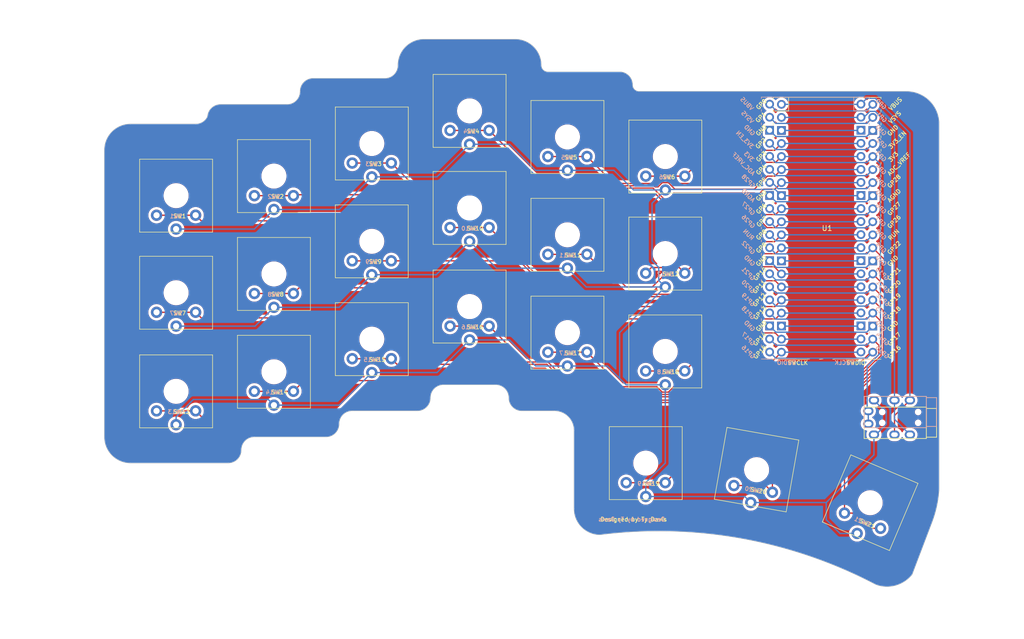
<source format=kicad_pcb>
(kicad_pcb (version 20221018) (generator pcbnew)
  (layers (0 "F.Cu" signal) (31 "B.Cu" signal) (34 "B.Paste" user) (35 "F.Paste" user) (36 "B.SilkS" user "B.Silkscreen") (37 "F.SilkS" user "F.Silkscreen") (38 "B.Mask" user) (39 "F.Mask" user) (44 "Edge.Cuts" user))
  (net 0 "")
  (net 1 "R1")
  (net 2 "GND")
  (net 3 "R2")
  (net 4 "R3")
  (net 5 "R4")
  (net 6 "R5")
  (net 7 "R6")
  (net 8 "R7")
  (net 9 "R8")
  (net 10 "R9")
  (net 11 "R10")
  (net 12 "R11")
  (net 13 "R12")
  (net 14 "R13")
  (net 15 "R14")
  (net 16 "R15")
  (net 17 "R16")
  (net 18 "R17")
  (net 19 "R18")
  (net 20 "R19")
  (net 21 "R20")
  (net 22 "R21")
  (net 23 "TX")
  (net 24 "RX")
  (net 25 "unconnected-(U1-GND-Pad3)")
  (net 26 "unconnected-(U1-GND-Pad13)")
  (net 27 "unconnected-(U1-GND-Pad18)")
  (net 28 "unconnected-(U1-GND-Pad23)")
  (net 29 "unconnected-(U1-GND-Pad28)")
  (net 30 "unconnected-(U1-RUN-Pad30)")
  (net 31 "unconnected-(U1-GPIO26_ADC0-Pad31)")
  (net 32 "unconnected-(U1-GPIO27_ADC1-Pad32)")
  (net 33 "unconnected-(U1-AGND-Pad33)")
  (net 34 "unconnected-(U1-GPIO28_ADC2-Pad34)")
  (net 35 "unconnected-(U1-ADC_VREF-Pad35)")
  (net 36 "unconnected-(U1-3V3_EN-Pad37)")
  (net 37 "unconnected-(U1-GND-Pad38)")
  (net 38 "unconnected-(U1-VSYS-Pad39)")
  (net 39 "unconnected-(U1-VBUS-Pad40)")
  (net 40 "3v3")
  (footprint "ProjectLocal:SW_Redragon_LowProfile_Reversible_PCB_1.00u" (layer "F.Cu") (at 168.91 95.1)
    (fp_text reference "SW18")
    (fp_text value "SW_Push")
  )
  (footprint "ProjectLocal:SW_Redragon_LowProfile_Reversible_PCB_1.00u" (layer "F.Cu") (at 149.86 72.39)
    (fp_text reference "SW11")
    (fp_text value "SW_Push")
  )
  (footprint "ProjectLocal:SW_Redragon_LowProfile_Reversible_PCB_1.00u" (layer "F.Cu") (at 92.71 60.96)
    (fp_text reference "SW2")
    (fp_text value "SW_Push")
  )
  (footprint "ProjectLocal:SW_Redragon_LowProfile_Reversible_PCB_1.00u" (layer "F.Cu") (at 73.66 102.87)
    (fp_text reference "SW13")
    (fp_text value "SW_Push")
  )
  (footprint "ProjectLocal:SW_Redragon_LowProfile_Reversible_PCB_1.00u" (layer "F.Cu") (at 130.81 48.26)
    (fp_text reference "SW4")
    (fp_text value "SW_Push")
  )
  (footprint "ProjectLocal:SW_Redragon_LowProfile_Reversible_PCB_1.00u" (layer "F.Cu") (at 208.80686 124.557303 -23)
    (fp_text reference "SW21")
    (fp_text value "SW_Push")
  )
  (footprint "ProjectLocal:SW_Redragon_LowProfile_Reversible_PCB_1.00u" (layer "F.Cu") (at 111.77 54.61)
    (fp_text reference "SW3")
    (fp_text value "SW_Push")
  )
  (footprint "ProjectLocal:SW_Redragon_LowProfile_Reversible_PCB_1.00u" (layer "F.Cu") (at 149.86 91.44)
    (fp_text reference "SW17")
    (fp_text value "SW_Push")
  )
  (footprint "ProjectLocal:SW_Redragon_LowProfile_Reversible_PCB_1.00u" (layer "F.Cu") (at 130.81 67.16)
    (fp_text reference "SW10")
    (fp_text value "SW_Push")
  )
  (footprint "ProjectLocal:SW_Redragon_LowProfile_Reversible_PCB_1.00u" (layer "F.Cu") (at 92.71 80.01)
    (fp_text reference "SW8")
    (fp_text value "SW_Push")
  )
  (footprint "ProjectLocal:SW_Redragon_LowProfile_Reversible_PCB_1.00u" (layer "F.Cu") (at 73.66 64.77)
    (fp_text reference "SW1")
    (fp_text value "SW_Push")
  )
  (footprint "ProjectLocal:SW_Redragon_LowProfile_Reversible_PCB_1.00u" (layer "F.Cu") (at 73.66 83.67)
    (fp_text reference "SW7")
    (fp_text value "SW_Push")
  )
  (footprint "ProjectLocal:SW_Redragon_LowProfile_Reversible_PCB_1.00u" (layer "F.Cu") (at 149.86 53.34)
    (fp_text reference "SW5")
    (fp_text value "SW_Push")
  )
  (footprint "ProjectLocal:SW_Redragon_LowProfile_Reversible_PCB_1.00u" (layer "F.Cu") (at 111.76 73.66)
    (fp_text reference "SW9")
    (fp_text value "SW_Push")
  )
  (footprint "ProjectLocal:SW_Redragon_LowProfile_Reversible_PCB_1.00u" (layer "F.Cu") (at 111.77 92.71)
    (fp_text reference "SW15")
    (fp_text value "SW_Push")
  )
  (footprint "ProjectLocal:SW_Redragon_LowProfile_Reversible_PCB_1.00u" (layer "F.Cu") (at 168.91 76.05)
    (fp_text reference "SW12")
    (fp_text value "SW_Push")
  )
  (footprint "ProjectLocal:SW_Redragon_LowProfile_Reversible_PCB_1.00u" (layer "F.Cu") (at 168.92 57.16)
    (fp_text reference "SW6")
    (fp_text value "SW_Push")
  )
  (footprint "KeebioLocal:TRRS-PJ-320A-rev" (layer "F.Cu") (at 218.7265 108.494 -90)
    (fp_text reference "J2")
    (fp_text value "AudioJack4")
  )
  (footprint "ProjectLocal:SW_Redragon_LowProfile_Reversible_PCB_1.00u" (layer "F.Cu") (at 186.69 118.12 -10)
    (fp_text reference "SW20")
    (fp_text value "SW_Push")
  )
  (footprint "ProjectLocal:SW_Redragon_LowProfile_Reversible_PCB_1.00u" (layer "F.Cu") (at 165.11 116.85)
    (fp_text reference "SW19")
    (fp_text value "SW_Push")
  )
  (footprint "ProjectLocal:SW_Redragon_LowProfile_Reversible_PCB_1.00u" (layer "F.Cu") (at 92.71 99.06)
    (fp_text reference "SW14")
    (fp_text value "SW_Push")
  )
  (footprint "RPiPicoLocal:RPi_Pico_SMD_TH-REV2" (layer "F.Cu") (at 200.42 71.12)
    (fp_text reference "U1")
    (fp_text value "Pico")
  )
  (footprint "ProjectLocal:SW_Redragon_LowProfile_Reversible_PCB_1.00u" (layer "F.Cu") (at 130.81 86.36)
    (fp_text reference "SW16")
    (fp_text value "SW_Push")
  )
  (gr_arc (start 79.81063 49.006038) (mid 80.695885 47.557379) (end 82.296 46.99) (stroke (width 0.1)) (layer "Edge.Cuts"))
  (gr_line (start 146.05 40.64) (end 160.02 40.64) (stroke (width 0.1)) (layer "Edge.Cuts"))
  (gr_arc (start 116.84 39.37) (mid 116.096051 41.166051) (end 114.3 41.91) (stroke (width 0.1)) (layer "Edge.Cuts"))
  (gr_line (start 107.95 106.68) (end 120.65 106.68) (stroke (width 0.1)) (layer "Edge.Cuts"))
  (gr_line (start 88.9 111.76) (end 102.87 111.76) (stroke (width 0.1)) (layer "Edge.Cuts"))
  (gr_line (start 163.83 44.45) (end 215.9 44.45) (stroke (width 0.1)) (layer "Edge.Cuts"))
  (gr_arc (start 215.9 44.45) (mid 220.390128 46.309872) (end 222.25 50.8) (stroke (width 0.1)) (layer "Edge.Cuts"))
  (gr_line (start 216.993227 138.542581) (end 220.910291 128.243859) (stroke (width 0.1)) (layer "Edge.Cuts"))
  (gr_line (start 79.741845 49.395923) (end 79.81063 49.006038) (stroke (width 0.1)) (layer "Edge.Cuts"))
  (gr_line (start 100.33 41.91) (end 114.3 41.91) (stroke (width 0.1)) (layer "Edge.Cuts"))
  (gr_line (start 59.69 55.88) (end 59.69 111.76) (stroke (width 0.1)) (layer "Edge.Cuts"))
  (gr_line (start 121.92 34.29) (end 139.7 34.29) (stroke (width 0.1)) (layer "Edge.Cuts"))
  (gr_arc (start 79.741845 49.395923) (mid 78.805357 50.420653) (end 77.47 50.8) (stroke (width 0.1)) (layer "Edge.Cuts"))
  (gr_arc (start 135.89 101.6) (mid 137.686051 102.343949) (end 138.43 104.14) (stroke (width 0.1)) (layer "Edge.Cuts"))
  (gr_arc (start 97.79 44.45) (mid 98.533949 42.653949) (end 100.33 41.91) (stroke (width 0.1)) (layer "Edge.Cuts"))
  (gr_arc (start 156.21 130.81) (mid 152.617898 129.322102) (end 151.13 125.73) (stroke (width 0.1)) (layer "Edge.Cuts"))
  (gr_arc (start 163.83 44.45) (mid 162.931974 44.078026) (end 162.56 43.18) (stroke (width 0.1)) (layer "Edge.Cuts"))
  (gr_arc (start 140.97 106.68) (mid 139.173949 105.936051) (end 138.43 104.14) (stroke (width 0.1)) (layer "Edge.Cuts"))
  (gr_arc (start 116.84 39.37) (mid 118.327898 35.777898) (end 121.92 34.29) (stroke (width 0.1)) (layer "Edge.Cuts"))
  (gr_arc (start 105.41 109.22) (mid 106.153949 107.423949) (end 107.95 106.68) (stroke (width 0.1)) (layer "Edge.Cuts"))
  (gr_arc (start 86.36 114.3) (mid 85.616051 116.096051) (end 83.82 116.84) (stroke (width 0.1)) (layer "Edge.Cuts"))
  (gr_arc (start 146.05 40.64) (mid 145.151974 40.268026) (end 144.78 39.37) (stroke (width 0.1)) (layer "Edge.Cuts"))
  (gr_line (start 140.97 106.68) (end 147.32 106.68) (stroke (width 0.1)) (layer "Edge.Cuts"))
  (gr_arc (start 216.993227 138.542581) (mid 213.745501 140.677028) (end 209.863611 140.491241) (stroke (width 0.1)) (layer "Edge.Cuts"))
  (gr_arc (start 156.21 130.810001) (mid 183.779802 131.532918) (end 209.863611 140.491241) (stroke (width 0.1)) (layer "Edge.Cuts"))
  (gr_arc (start 222.249999 121.92) (mid 221.817747 125.132265) (end 220.910291 128.243859) (stroke (width 0.1)) (layer "Edge.Cuts"))
  (gr_arc (start 123.19 104.14) (mid 122.446051 105.936051) (end 120.65 106.68) (stroke (width 0.1)) (layer "Edge.Cuts"))
  (gr_line (start 82.296 46.99) (end 95.25 46.99) (stroke (width 0.1)) (layer "Edge.Cuts"))
  (gr_arc (start 147.32 106.68) (mid 150.014077 107.795923) (end 151.13 110.49) (stroke (width 0.1)) (layer "Edge.Cuts"))
  (gr_arc (start 97.79 44.45) (mid 97.046051 46.246051) (end 95.25 46.99) (stroke (width 0.1)) (layer "Edge.Cuts"))
  (gr_arc (start 105.41 109.22) (mid 104.666051 111.016051) (end 102.87 111.76) (stroke (width 0.1)) (layer "Edge.Cuts"))
  (gr_arc (start 64.77 116.84) (mid 61.177898 115.352102) (end 59.69 111.76) (stroke (width 0.1)) (layer "Edge.Cuts"))
  (gr_arc (start 160.02 40.64) (mid 161.816051 41.383949) (end 162.56 43.18) (stroke (width 0.1)) (layer "Edge.Cuts"))
  (gr_line (start 222.25 50.8) (end 222.25 121.92) (stroke (width 0.1)) (layer "Edge.Cuts"))
  (gr_line (start 64.77 50.8) (end 77.47 50.8) (stroke (width 0.1)) (layer "Edge.Cuts"))
  (gr_arc (start 123.19 104.14) (mid 123.933949 102.343949) (end 125.73 101.6) (stroke (width 0.1)) (layer "Edge.Cuts"))
  (gr_arc (start 86.36 114.3) (mid 87.103949 112.503949) (end 88.9 111.76) (stroke (width 0.1)) (layer "Edge.Cuts"))
  (gr_line (start 125.73 101.6) (end 135.89 101.6) (stroke (width 0.1)) (layer "Edge.Cuts"))
  (gr_line (start 64.77 116.84) (end 83.82 116.84) (stroke (width 0.1)) (layer "Edge.Cuts"))
  (gr_line (start 151.13 110.49) (end 151.13 125.73) (stroke (width 0.1)) (layer "Edge.Cuts"))
  (gr_arc (start 139.7 34.29) (mid 143.292102 35.777898) (end 144.78 39.37) (stroke (width 0.1)) (layer "Edge.Cuts"))
  (gr_arc (start 59.69 55.88) (mid 61.177898 52.287898) (end 64.77 50.8) (stroke (width 0.1)) (layer "Edge.Cuts"))
  (gr_text "Designed by Ty Davis" (at 168.91 128.27) (layer "B.SilkS") (effects (font (size 0.8 0.8)) (justify left bottom mirror)))
  (gr_text "Designed by Ty Davis" (at 156.21 128.27) (layer "F.SilkS") (effects (font (size 0.8 0.8)) (justify left bottom)))
  (segment (start 132.195 69.735) (end 133.0315 68.8985) (width 0.25) (layer "F.Cu") (net 1))
  (segment (start 96.52 69.669999) (end 97.609999 68.58) (width 0.25) (layer "F.Cu") (net 1))
  (segment (start 69.85 68.58) (end 77.45 68.58) (width 0.25) (layer "F.Cu") (net 1))
  (segment (start 127 68.58) (end 128.155 69.735) (width 0.25) (layer "F.Cu") (net 1))
  (segment (start 97.609999 68.58) (end 127 68.58) (width 0.25) (layer "F.Cu") (net 1))
  (segment (start 188.743299 70.9885) (end 190.3915 70.9885) (width 0.25) (layer "F.Cu") (net 1))
  (segment (start 77.46 68.57) (end 78.559999 69.669999) (width 0.25) (layer "F.Cu") (net 1))
  (segment (start 186.653299 68.8985) (end 188.743299 70.9885) (width 0.25) (layer "F.Cu") (net 1))
  (segment (start 78.559999 69.669999) (end 96.52 69.669999) (width 0.25) (layer "F.Cu") (net 1))
  (segment (start 128.155 69.735) (end 132.195 69.735) (width 0.25) (layer "F.Cu") (net 1))
  (segment (start 190.3915 70.9885) (end 191.53 69.85) (width 0.25) (layer "F.Cu") (net 1))
  (segment (start 133.0315 68.8985) (end 186.653299 68.8985) (width 0.25) (layer "F.Cu") (net 1))
  (segment (start 77.45 68.58) (end 77.46 68.57) (width 0.25) (layer "F.Cu") (net 1))
  (segment (start 191.53 69.85) (end 206.9735 69.85) (width 0.25) (layer "B.Cu") (net 1))
  (segment (start 206.9735 69.85) (end 207.01 69.8135) (width 0.25) (layer "B.Cu") (net 1))
  (segment (start 73.66 109.37) (end 73.66 107.814366) (width 0.25) (layer "B.Cu") (net 2))
  (segment (start 143.66 59.84) (end 149.86 59.84) (width 0.25) (layer "B.Cu") (net 2))
  (segment (start 111.77 99.21) (end 124.46 99.21) (width 0.25) (layer "B.Cu") (net 2))
  (segment (start 105.42 105.56) (end 111.77 99.21) (width 0.25) (layer "B.Cu") (net 2))
  (segment (start 202.930585 130.540585) (end 206.267108 130.540585) (width 0.25) (layer "B.Cu") (net 2))
  (segment (start 105.41 86.51) (end 92.71 86.51) (width 0.25) (layer "B.Cu") (net 2))
  (segment (start 92.71 105.56) (end 105.42 105.56) (width 0.25) (layer "B.Cu") (net 2))
  (segment (start 209.5425 111.3) (end 209.5425 115.226523) (width 0.25) (layer "B.Cu") (net 2))
  (segment (start 168.92 63.66) (end 169.0215 63.5585) (width 0.25) (layer "B.Cu") (net 2))
  (segment (start 124.46 99.21) (end 130.81 92.86) (width 0.25) (layer "B.Cu") (net 2))
  (segment (start 191.53 64.77) (end 206.9735 64.77) (width 0.25) (layer "B.Cu") (net 2))
  (segment (start 89.05 90.17) (end 73.66 90.17) (width 0.25) (layer "B.Cu") (net 2))
  (segment (start 130.81 54.76) (end 138.58 54.76) (width 0.25) (layer "B.Cu") (net 2))
  (segment (start 211.463516 106.125) (end 211.9175 106.578984) (width 0.25) (layer "B.Cu") (net 2))
  (segment (start 209.5425 115.226523) (end 200.247773 124.52125) (width 0.25) (layer "B.Cu") (net 2))
  (segment (start 153.52 82.55) (end 149.86 78.89) (width 0.25) (layer "B.Cu") (net 2))
  (segment (start 161.29 101.6) (end 168.91 101.6) (width 0.25) (layer "B.Cu") (net 2))
  (segment (start 111.76 80.16) (end 105.41 86.51) (width 0.25) (layer "B.Cu") (net 2))
  (segment (start 73.66 107.814366) (end 77.014365 104.460001) (width 0.25) (layer "B.Cu") (net 2))
  (segment (start 136.04 78.89) (end 130.81 73.66) (width 0.25) (layer "B.Cu") (net 2))
  (segment (start 77.014365 104.460001) (end 91.610001 104.460001) (width 0.25) (layer "B.Cu") (net 2))
  (segment (start 149.86 59.84) (end 158.9 59.84) (width 0.25) (layer "B.Cu") (net 2))
  (segment (start 149.86 78.89) (end 136.04 78.89) (width 0.25) (layer "B.Cu") (net 2))
  (segment (start 91.610001 104.460001) (end 92.71 105.56) (width 0.25) (layer "B.Cu") (net 2))
  (segment (start 185.561287 124.52125) (end 200.247773 124.52125) (width 0.25) (layer "B.Cu") (net 2))
  (segment (start 211.9175 109.321016) (end 209.938516 111.3) (width 0.25) (layer "B.Cu") (net 2))
  (segment (start 160.02 100.33) (end 161.29 101.6) (width 0.25) (layer "B.Cu") (net 2))
  (segment (start 200.247773 124.52125) (end 200.247773 127.857773) (width 0.25) (layer "B.Cu") (net 2))
  (segment (start 168.92 63.66) (end 166.335 66.245) (width 0.25) (layer "B.Cu") (net 2))
  (segment (start 211.9175 106.578984) (end 211.9175 109.321016) (width 0.25) (layer "B.Cu") (net 2))
  (segment (start 124.46 61.11) (end 130.81 54.76) (width 0.25) (layer "B.Cu") (net 2))
  (segment (start 124.31 80.16) (end 111.76 80.16) (width 0.25) (layer "B.Cu") (net 2))
  (segment (start 167.64 78.74) (end 167.64 81.28) (width 0.25) (layer "B.Cu") (net 2))
  (segment (start 211.0675 106.125) (end 211.463516 106.125) (width 0.25) (layer "B.Cu") (net 2))
  (segment (start 88.9 71.27) (end 73.66 71.27) (width 0.25) (layer "B.Cu") (net 2))
  (segment (start 130.81 92.86) (end 138.58 92.86) (width 0.25) (layer "B.Cu") (net 2))
  (segment (start 166.335 66.245) (end 166.335 77.435) (width 0.25) (layer "B.Cu") (net 2))
  (segment (start 190.3185 63.5585) (end 191.53 64.77) (width 0.25) (layer "B.Cu") (net 2))
  (segment (start 130.81 73.66) (end 124.31 80.16) (width 0.25) (layer "B.Cu") (net 2))
  (segment (start 105.42 67.46) (end 111.77 61.11) (width 0.25) (layer "B.Cu") (net 2))
  (segment (start 92.71 86.51) (end 89.05 90.17) (width 0.25) (layer "B.Cu") (net 2))
  (segment (start 209.938516 111.3) (end 209.5425 111.3) (width 0.25) (layer "B.Cu") (net 2))
  (segment (start 158.9 59.84) (end 162.72 63.66) (width 0.25) (layer "B.Cu") (net 2))
  (segment (start 92.71 67.46) (end 88.9 71.27) (width 0.25) (layer "B.Cu") (net 2))
  (segment (start 169.0215 63.5585) (end 190.3185 63.5585) (width 0.25) (layer "B.Cu") (net 2))
  (segment (start 167.64 81.28) (end 168.91 82.55) (width 0.25) (layer "B.Cu") (net 2))
  (segment (start 200.247773 127.857773) (end 202.930585 130.540585) (width 0.25) (layer "B.Cu") (net 2))
  (segment (start 168.91 82.55) (end 160.02 91.44) (width 0.25) (layer "B.Cu") (net 2))
  (segment (start 209.5425 104.6) (end 211.0675 106.125) (width 0.25) (layer "B.Cu") (net 2))
  (segment (start 143.66 97.94) (end 149.86 97.94) (width 0.25) (layer "B.Cu") (net 2))
  (segment (start 166.335 77.435) (end 167.64 78.74) (width 0.25) (layer "B.Cu") (net 2))
  (segment (start 138.58 92.86) (end 143.66 97.94) (width 0.25) (layer "B.Cu") (net 2))
  (segment (start 92.71 67.46) (end 105.42 67.46) (width 0.25) (layer "B.Cu") (net 2))
  (segment (start 184.390037 123.35) (end 185.561287 124.52125) (width 0.25) (layer "B.Cu") (net 2))
  (segment (start 168.91 101.6) (end 168.91 116.84) (width 0.25) (layer "B.Cu") (net 2))
  (segment (start 168.91 82.55) (end 153.52 82.55) (width 0.25) (layer "B.Cu") (net 2))
  (segment (start 206.9735 64.77) (end 207.01 64.7335) (width 0.25) (layer "B.Cu") (net 2))
  (segment (start 162.72 63.66) (end 168.92 63.66) (width 0.25) (layer "B.Cu") (net 2))
  (segment (start 157.63 97.94) (end 149.86 97.94) (width 0.25) (layer "B.Cu") (net 2))
  (segment (start 165.11 123.35) (end 184.390037 123.35) (width 0.25) (layer "B.Cu") (net 2))
  (segment (start 165.11 120.64) (end 165.11 123.35) (width 0.25) (layer "B.Cu") (net 2))
  (segment (start 111.77 61.11) (end 124.46 61.11) (width 0.25) (layer "B.Cu") (net 2))
  (segment (start 138.58 54.76) (end 143.66 59.84) (width 0.25) (layer "B.Cu") (net 2))
  (segment (start 168.91 116.84) (end 165.11 120.64) (width 0.25) (layer "B.Cu") (net 2))
  (segment (start 160.02 91.44) (end 160.02 100.33) (width 0.25) (layer "B.Cu") (net 2))
  (segment (start 160.02 100.33) (end 157.63 97.94) (width 0.25) (layer "B.Cu") (net 2))
  (segment (start 96.5 64.77) (end 96.51 64.76) (width 0.25) (layer "F.Cu") (net 3))
  (segment (start 190.3915 68.4485) (end 191.53 67.31) (width 0.25) (layer "F.Cu") (net 3))
  (segment (start 171.056849 68.4485) (end 190.3915 68.4485) (width 0.25) (layer "F.Cu") (net 3))
  (segment (start 96.685 64.585) (end 167.193349 64.585) (width 0.25) (layer "F.Cu") (net 3))
  (segment (start 96.51 64.76) (end 96.685 64.585) (width 0.25) (layer "F.Cu") (net 3))
  (segment (start 88.9 64.77) (end 96.5 64.77) (width 0.25) (layer "F.Cu") (net 3))
  (segment (start 167.193349 64.585) (end 171.056849 68.4485) (width 0.25) (layer "F.Cu") (net 3))
  (segment (start 206.9735 67.31) (end 207.01 67.2735) (width 0.25) (layer "B.Cu") (net 3))
  (segment (start 191.53 67.31) (end 206.9735 67.31) (width 0.25) (layer "B.Cu") (net 3))
  (segment (start 166.539745 63.295) (end 169.284745 66.04) (width 0.25) (layer "F.Cu") (net 4))
  (segment (start 107.96 58.42) (end 115.56 58.42) (width 0.25) (layer "F.Cu") (net 4))
  (segment (start 120.455 63.295) (end 166.539745 63.295) (width 0.25) (layer "F.Cu") (net 4))
  (segment (start 115.56 58.42) (end 115.57 58.41) (width 0.25) (layer "F.Cu") (net 4))
  (segment (start 169.284745 66.04) (end 185.5735 66.04) (width 0.25) (layer "F.Cu") (net 4))
  (segment (start 188.1135 63.5) (end 190.26 63.5) (width 0.25) (layer "F.Cu") (net 4))
  (segment (start 185.5735 66.04) (end 188.1135 63.5) (width 0.25) (layer "F.Cu") (net 4))
  (segment (start 115.57 58.41) (end 120.455 63.295) (width 0.25) (layer "F.Cu") (net 4))
  (segment (start 190.26 63.5) (end 191.53 62.23) (width 0.25) (layer "F.Cu") (net 4))
  (segment (start 191.53 62.23) (end 206.9735 62.23) (width 0.25) (layer "B.Cu") (net 4))
  (segment (start 206.9735 62.23) (end 207.01 62.1935) (width 0.25) (layer "B.Cu") (net 4))
  (segment (start 134.61 52.06) (end 145.395 62.845) (width 0.25) (layer "F.Cu") (net 5))
  (segment (start 145.395 62.845) (end 166.726141 62.845) (width 0.25) (layer "F.Cu") (net 5))
  (segment (start 166.726141 62.845) (end 166.950886 63.069745) (width 0.25) (layer "F.Cu") (net 5))
  (segment (start 127 52.07) (end 134.6 52.07) (width 0.25) (layer "F.Cu") (net 5))
  (segment (start 134.6 52.07) (end 134.61 52.06) (width 0.25) (layer "F.Cu") (net 5))
  (segment (start 188.801799 60.96) (end 190.26 60.96) (width 0.25) (layer "F.Cu") (net 5))
  (segment (start 170.775255 63.5) (end 186.261799 63.5) (width 0.25) (layer "F.Cu") (net 5))
  (segment (start 186.261799 63.5) (end 188.801799 60.96) (width 0.25) (layer "F.Cu") (net 5))
  (segment (start 167.495 63.069745) (end 168.329745 62.235) (width 0.25) (layer "F.Cu") (net 5))
  (segment (start 169.510255 62.235) (end 170.775255 63.5) (width 0.25) (layer "F.Cu") (net 5))
  (segment (start 168.329745 62.235) (end 169.510255 62.235) (width 0.25) (layer "F.Cu") (net 5))
  (segment (start 190.26 60.96) (end 191.53 59.69) (width 0.25) (layer "F.Cu") (net 5))
  (segment (start 166.950886 63.069745) (end 167.495 63.069745) (width 0.25) (layer "F.Cu") (net 5))
  (segment (start 206.9735 59.69) (end 207.01 59.6535) (width 0.25) (layer "B.Cu") (net 5))
  (segment (start 191.53 59.69) (end 206.9735 59.69) (width 0.25) (layer "B.Cu") (net 5))
  (segment (start 146.05 57.15) (end 153.65 57.15) (width 0.25) (layer "F.Cu") (net 6))
  (segment (start 153.66 57.14) (end 158.915 62.395) (width 0.25) (layer "F.Cu") (net 6))
  (segment (start 190.3915 58.2885) (end 191.53 57.15) (width 0.25) (layer "F.Cu") (net 6))
  (segment (start 158.915 62.395) (end 167.533349 62.395) (width 0.25) (layer "F.Cu") (net 6))
  (segment (start 153.65 57.15) (end 153.66 57.14) (width 0.25) (layer "F.Cu") (net 6))
  (segment (start 170.306651 62.395) (end 182.286799 62.395) (width 0.25) (layer "F.Cu") (net 6))
  (segment (start 182.286799 62.395) (end 186.393299 58.2885) (width 0.25) (layer "F.Cu") (net 6))
  (segment (start 186.393299 58.2885) (end 190.3915 58.2885) (width 0.25) (layer "F.Cu") (net 6))
  (segment (start 168.143349 61.785) (end 169.696651 61.785) (width 0.25) (layer "F.Cu") (net 6))
  (segment (start 167.533349 62.395) (end 168.143349 61.785) (width 0.25) (layer "F.Cu") (net 6))
  (segment (start 169.696651 61.785) (end 170.306651 62.395) (width 0.25) (layer "F.Cu") (net 6))
  (segment (start 191.53 57.15) (end 206.9735 57.15) (width 0.25) (layer "B.Cu") (net 6))
  (segment (start 206.9735 57.15) (end 207.01 57.1135) (width 0.25) (layer "B.Cu") (net 6))
  (segment (start 172.71 60.97) (end 172.72 60.96) (width 0.25) (layer "F.Cu") (net 7))
  (segment (start 177.7415 55.9385) (end 190.2015 55.9385) (width 0.25) (layer "F.Cu") (net 7))
  (segment (start 172.72 60.96) (end 177.7415 55.9385) (width 0.25) (layer "F.Cu") (net 7))
  (segment (start 165.11 60.97) (end 172.71 60.97) (width 0.25) (layer "F.Cu") (net 7))
  (segment (start 190.2015 55.9385) (end 191.53 54.61) (width 0.25) (layer "F.Cu") (net 7))
  (segment (start 191.53 54.61) (end 206.9735 54.61) (width 0.25) (layer "B.Cu") (net 7))
  (segment (start 206.9735 54.61) (end 207.01 54.5735) (width 0.25) (layer "B.Cu") (net 7))
  (segment (start 129.378399 88.569999) (end 129.7434 88.935) (width 0.25) (layer "F.Cu") (net 8))
  (segment (start 190.3915 88.7685) (end 191.53 87.63) (width 0.25) (layer "F.Cu") (net 8))
  (segment (start 129.7434 88.935) (end 133.315 88.935) (width 0.25) (layer "F.Cu") (net 8))
  (segment (start 78.559999 88.569999) (end 129.378399 88.569999) (width 0.25) (layer "F.Cu") (net 8))
  (segment (start 150.362104 88.7685) (end 190.3915 88.7685) (width 0.25) (layer "F.Cu") (net 8))
  (segment (start 77.45 87.48) (end 77.46 87.47) (width 0.25) (layer "F.Cu") (net 8))
  (segment (start 148.403604 86.81) (end 150.362104 88.7685) (width 0.25) (layer "F.Cu") (net 8))
  (segment (start 69.85 87.48) (end 77.45 87.48) (width 0.25) (layer "F.Cu") (net 8))
  (segment (start 77.46 87.47) (end 78.559999 88.569999) (width 0.25) (layer "F.Cu") (net 8))
  (segment (start 133.315 88.935) (end 135.44 86.81) (width 0.25) (layer "F.Cu") (net 8))
  (segment (start 135.44 86.81) (end 148.403604 86.81) (width 0.25) (layer "F.Cu") (net 8))
  (segment (start 206.9735 87.63) (end 207.01 87.5935) (width 0.25) (layer "B.Cu") (net 8))
  (segment (start 191.53 87.63) (end 206.9735 87.63) (width 0.25) (layer "B.Cu") (net 8))
  (segment (start 148.59 86.36) (end 190.26 86.36) (width 0.25) (layer "F.Cu") (net 9))
  (segment (start 97.609999 82.710001) (end 144.940001 82.710001) (width 0.25) (layer "F.Cu") (net 9))
  (segment (start 96.5 83.82) (end 96.51 83.81) (width 0.25) (layer "F.Cu") (net 9))
  (segment (start 144.940001 82.710001) (end 148.59 86.36) (width 0.25) (layer "F.Cu") (net 9))
  (segment (start 88.9 83.82) (end 96.5 83.82) (width 0.25) (layer "F.Cu") (net 9))
  (segment (start 96.51 83.81) (end 97.609999 82.710001) (width 0.25) (layer "F.Cu") (net 9))
  (segment (start 190.26 86.36) (end 191.53 85.09) (width 0.25) (layer "F.Cu") (net 9))
  (segment (start 206.9735 85.09) (end 207.01 85.0535) (width 0.25) (layer "B.Cu") (net 9))
  (segment (start 191.53 85.09) (end 206.9735 85.09) (width 0.25) (layer "B.Cu") (net 9))
  (segment (start 186.6315 81.3385) (end 190.3185 81.3385) (width 0.25) (layer "F.Cu") (net 10))
  (segment (start 115.55 77.47) (end 115.56 77.46) (width 0.25) (layer "F.Cu") (net 10))
  (segment (start 107.95 77.47) (end 115.55 77.47) (width 0.25) (layer "F.Cu") (net 10))
  (segment (start 190.3185 81.3385) (end 191.53 82.55) (width 0.25) (layer "F.Cu") (net 10))
  (segment (start 115.56 77.46) (end 140.473604 77.46) (width 0.25) (layer "F.Cu") (net 10))
  (segment (start 140.473604 77.46) (end 147.438604 84.425) (width 0.25) (layer "F.Cu") (net 10))
  (segment (start 147.438604 84.425) (end 183.545 84.425) (width 0.25) (layer "F.Cu") (net 10))
  (segment (start 183.545 84.425) (end 186.6315 81.3385) (width 0.25) (layer "F.Cu") (net 10))
  (segment (start 206.9735 82.55) (end 207.01 82.5135) (width 0.25) (layer "B.Cu") (net 10))
  (segment (start 191.53 82.55) (end 206.9735 82.55) (width 0.25) (layer "B.Cu") (net 10))
  (segment (start 188.055 78.6085) (end 190.1285 78.6085) (width 0.25) (layer "F.Cu") (net 11))
  (segment (start 134.61 70.96) (end 147.625 83.975) (width 0.25) (layer "F.Cu") (net 11))
  (segment (start 147.625 83.975) (end 182.6885 83.975) (width 0.25) (layer "F.Cu") (net 11))
  (segment (start 134.6 70.97) (end 134.61 70.96) (width 0.25) (layer "F.Cu") (net 11))
  (segment (start 190.1285 78.6085) (end 191.53 80.01) (width 0.25) (layer "F.Cu") (net 11))
  (segment (start 182.6885 83.975) (end 188.055 78.6085) (width 0.25) (layer "F.Cu") (net 11))
  (segment (start 127 70.97) (end 134.6 70.97) (width 0.25) (layer "F.Cu") (net 11))
  (segment (start 191.53 80.01) (end 206.9735 80.01) (width 0.25) (layer "B.Cu") (net 11))
  (segment (start 206.9735 80.01) (end 207.01 79.9735) (width 0.25) (layer "B.Cu") (net 11))
  (segment (start 166.37 82.55) (end 168.91 80.01) (width 0.25) (layer "F.Cu") (net 12))
  (segment (start 190.3915 76.0685) (end 191.53 74.93) (width 0.25) (layer "F.Cu") (net 12))
  (segment (start 172.72 82.55) (end 180.885201 82.55) (width 0.25) (layer "F.Cu") (net 12))
  (segment (start 160.025 81.285) (end 161.29 82.55) (width 0.25) (layer "F.Cu") (net 12))
  (segment (start 146.05 76.2) (end 153.65 76.2) (width 0.25) (layer "F.Cu") (net 12))
  (segment (start 187.366701 76.0685) (end 190.3915 76.0685) (width 0.25) (layer "F.Cu") (net 12))
  (segment (start 161.29 82.55) (end 166.37 82.55) (width 0.25) (layer "F.Cu") (net 12))
  (segment (start 153.66 76.19) (end 158.755 81.285) (width 0.25) (layer "F.Cu") (net 12))
  (segment (start 153.65 76.2) (end 153.66 76.19) (width 0.25) (layer "F.Cu") (net 12))
  (segment (start 168.91 80.01) (end 170.18 80.01) (width 0.25) (layer "F.Cu") (net 12))
  (segment (start 170.18 80.01) (end 172.72 82.55) (width 0.25) (layer "F.Cu") (net 12))
  (segment (start 158.755 81.285) (end 160.025 81.285) (width 0.25) (layer "F.Cu") (net 12))
  (segment (start 180.885201 82.55) (end 187.366701 76.0685) (width 0.25) (layer "F.Cu") (net 12))
  (segment (start 191.53 74.93) (end 206.9735 74.93) (width 0.25) (layer "B.Cu") (net 12))
  (segment (start 206.9735 74.93) (end 207.01 74.8935) (width 0.25) (layer "B.Cu") (net 12))
  (segment (start 190.2015 73.7185) (end 191.53 72.39) (width 0.25) (layer "F.Cu") (net 13))
  (segment (start 165.1 79.86) (end 166.199999 78.760001) (width 0.25) (layer "F.Cu") (net 13))
  (segment (start 178.8415 73.7185) (end 190.2015 73.7185) (width 0.25) (layer "F.Cu") (net 13))
  (segment (start 172.71 79.85) (end 178.8415 73.7185) (width 0.25) (layer "F.Cu") (net 13))
  (segment (start 166.199999 78.760001) (end 171.620001 78.760001) (width 0.25) (layer "F.Cu") (net 13))
  (segment (start 171.620001 78.760001) (end 172.71 79.85) (width 0.25) (layer "F.Cu") (net 13))
  (segment (start 191.53 72.39) (end 206.9735 72.39) (width 0.25) (layer "B.Cu") (net 13))
  (segment (start 206.9735 72.39) (end 207.01 72.3535) (width 0.25) (layer "B.Cu") (net 13))
  (segment (start 69.85 106.68) (end 77.45 106.68) (width 0.25) (layer "F.Cu") (net 14))
  (segment (start 104.320001 107.769999) (end 110.86 101.23) (width 0.25) (layer "F.Cu") (net 14))
  (segment (start 210.017792 97.325) (end 210.169493 97.325) (width 0.25) (layer "F.Cu") (net 14))
  (segment (start 110.86 101.23) (end 144.41 101.23) (width 0.25) (layer "F.Cu") (net 14))
  (segment (start 148.22 105.04) (end 202.302792 105.04) (width 0.25) (layer "F.Cu") (net 14))
  (segment (start 78.559999 107.769999) (end 104.320001 107.769999) (width 0.25) (layer "F.Cu") (net 14))
  (segment (start 144.41 101.23) (end 148.22 105.04) (width 0.25) (layer "F.Cu") (net 14))
  (segment (start 211.385 87.165) (end 209.31 85.09) (width 0.25) (layer "F.Cu") (net 14))
  (segment (start 210.169493 97.325) (end 211.385 96.109493) (width 0.25) (layer "F.Cu") (net 14))
  (segment (start 77.46 106.67) (end 78.559999 107.769999) (width 0.25) (layer "F.Cu") (net 14))
  (segment (start 77.45 106.68) (end 77.46 106.67) (width 0.25) (layer "F.Cu") (net 14))
  (segment (start 202.302792 105.04) (end 210.017792 97.325) (width 0.25) (layer "F.Cu") (net 14))
  (segment (start 211.385 96.109493) (end 211.385 87.165) (width 0.25) (layer "F.Cu") (net 14))
  (segment (start 208.135 86.265) (end 209.31 85.09) (width 0.25) (layer "B.Cu") (net 14))
  (segment (start 190.4415 86.265) (end 208.135 86.265) (width 0.25) (layer "B.Cu") (net 14))
  (segment (start 189.23 85.0535) (end 190.4415 86.265) (width 0.25) (layer "B.Cu") (net 14))
  (segment (start 210.935 95.923097) (end 210.935 89.255) (width 0.25) (layer "F.Cu") (net 15))
  (segment (start 152.213604 104.59) (end 202.116396 104.59) (width 0.25) (layer "F.Cu") (net 15))
  (segment (start 209.983097 96.875) (end 210.935 95.923097) (width 0.25) (layer "F.Cu") (net 15))
  (segment (start 96.51 102.86) (end 98.59 100.78) (width 0.25) (layer "F.Cu") (net 15))
  (segment (start 88.9 102.87) (end 96.5 102.87) (width 0.25) (layer "F.Cu") (net 15))
  (segment (start 96.5 102.87) (end 96.51 102.86) (width 0.25) (layer "F.Cu") (net 15))
  (segment (start 210.935 89.255) (end 209.31 87.63) (width 0.25) (layer "F.Cu") (net 15))
  (segment (start 202.116396 104.59) (end 209.831396 96.875) (width 0.25) (layer "F.Cu") (net 15))
  (segment (start 98.59 100.78) (end 148.403604 100.78) (width 0.25) (layer "F.Cu") (net 15))
  (segment (start 148.403604 100.78) (end 152.213604 104.59) (width 0.25) (layer "F.Cu") (net 15))
  (segment (start 209.831396 96.875) (end 209.983097 96.875) (width 0.25) (layer "F.Cu") (net 15))
  (segment (start 189.23 87.5935) (end 190.4415 88.805) (width 0.25) (layer "B.Cu") (net 15))
  (segment (start 208.135 88.805) (end 209.31 87.63) (width 0.25) (layer "B.Cu") (net 15))
  (segment (start 190.4415 88.805) (end 208.135 88.805) (width 0.25) (layer "B.Cu") (net 15))
  (segment (start 209.796701 96.425) (end 210.485 95.736701) (width 0.25) (layer "F.Cu") (net 16))
  (segment (start 210.485 95.736701) (end 210.485 93.885) (width 0.25) (layer "F.Cu") (net 16))
  (segment (start 202.145 103.925) (end 209.645 96.425) (width 0.25) (layer "F.Cu") (net 16))
  (segment (start 145.869999 97.609999) (end 152.185 103.925) (width 0.25) (layer "F.Cu") (net 16))
  (segment (start 107.96 96.52) (end 115.56 96.52) (width 0.25) (layer "F.Cu") (net 16))
  (segment (start 115.57 96.51) (end 116.669999 97.609999) (width 0.25) (layer "F.Cu") (net 16))
  (segment (start 210.485 93.885) (end 209.31 92.71) (width 0.25) (layer "F.Cu") (net 16))
  (segment (start 115.56 96.52) (end 115.57 96.51) (width 0.25) (layer "F.Cu") (net 16))
  (segment (start 116.669999 97.609999) (end 145.869999 97.609999) (width 0.25) (layer "F.Cu") (net 16))
  (segment (start 152.185 103.925) (end 202.145 103.925) (width 0.25) (layer "F.Cu") (net 16))
  (segment (start 209.645 96.425) (end 209.796701 96.425) (width 0.25) (layer "F.Cu") (net 16))
  (segment (start 190.4415 93.885) (end 208.135 93.885) (width 0.25) (layer "B.Cu") (net 16))
  (segment (start 189.23 92.6735) (end 190.4415 93.885) (width 0.25) (layer "B.Cu") (net 16))
  (segment (start 208.135 93.885) (end 209.31 92.71) (width 0.25) (layer "B.Cu") (net 16))
  (segment (start 200.688604 103.475) (end 208.913604 95.25) (width 0.25) (layer "F.Cu") (net 17))
  (segment (start 152.371396 103.475) (end 200.688604 103.475) (width 0.25) (layer "F.Cu") (net 17))
  (segment (start 141.609999 97.159999) (end 146.056395 97.159999) (width 0.25) (layer "F.Cu") (net 17))
  (segment (start 134.61 90.16) (end 141.609999 97.159999) (width 0.25) (layer "F.Cu") (net 17))
  (segment (start 146.056395 97.159999) (end 152.371396 103.475) (width 0.25) (layer "F.Cu") (net 17))
  (segment (start 208.913604 95.25) (end 209.31 95.25) (width 0.25) (layer "F.Cu") (net 17))
  (segment (start 134.6 90.17) (end 134.61 90.16) (width 0.25) (layer "F.Cu") (net 17))
  (segment (start 127 90.17) (end 134.6 90.17) (width 0.25) (layer "F.Cu") (net 17))
  (segment (start 189.23 95.2135) (end 190.4415 96.425) (width 0.25) (layer "B.Cu") (net 17))
  (segment (start 208.135 96.425) (end 209.31 95.25) (width 0.25) (layer "B.Cu") (net 17))
  (segment (start 190.4415 96.425) (end 208.135 96.425) (width 0.25) (layer "B.Cu") (net 17))
  (segment (start 153.65 95.25) (end 153.66 95.24) (width 0.25) (layer "F.Cu") (net 18))
  (segment (start 170.555255 101.97) (end 184.81 101.97) (width 0.25) (layer "F.Cu") (net 18))
  (segment (start 168.319745 103.025) (end 169.500255 103.025) (width 0.25) (layer "F.Cu") (net 18))
  (segment (start 146.05 95.25) (end 153.65 95.25) (width 0.25) (layer "F.Cu") (net 18))
  (segment (start 184.81 101.97) (end 191.53 95.25) (width 0.25) (layer "F.Cu") (net 18))
  (segment (start 167.264745 101.97) (end 168.319745 103.025) (width 0.25) (layer "F.Cu") (net 18))
  (segment (start 153.66 95.24) (end 160.39 101.97) (width 0.25) (layer "F.Cu") (net 18))
  (segment (start 169.500255 103.025) (end 170.555255 101.97) (width 0.25) (layer "F.Cu") (net 18))
  (segment (start 160.39 101.97) (end 167.264745 101.97) (width 0.25) (layer "F.Cu") (net 18))
  (segment (start 206.9735 95.25) (end 207.01 95.2135) (width 0.25) (layer "B.Cu") (net 18))
  (segment (start 191.53 95.25) (end 206.9735 95.25) (width 0.25) (layer "B.Cu") (net 18))
  (segment (start 165.1 98.91) (end 172.7 98.91) (width 0.25) (layer "F.Cu") (net 19))
  (segment (start 180.1115 91.4985) (end 190.3185 91.4985) (width 0.25) (layer "F.Cu") (net 19))
  (segment (start 172.71 98.9) (end 180.1115 91.4985) (width 0.25) (layer "F.Cu") (net 19))
  (segment (start 190.3185 91.4985) (end 191.53 92.71) (width 0.25) (layer "F.Cu") (net 19))
  (segment (start 172.7 98.91) (end 172.71 98.9) (width 0.25) (layer "F.Cu") (net 19))
  (segment (start 191.53 92.71) (end 206.9735 92.71) (width 0.25) (layer "B.Cu") (net 19))
  (segment (start 165.1 97.94) (end 165.25 97.94) (width 0.25) (layer "B.Cu") (net 19))
  (segment (start 206.9735 92.71) (end 207.01 92.6735) (width 0.25) (layer "B.Cu") (net 19))
  (segment (start 168.9 120.66) (end 168.91 120.65) (width 0.25) (layer "F.Cu") (net 20))
  (segment (start 184.07 105.49) (end 202.640889 105.49) (width 0.25) (layer "F.Cu") (net 20))
  (segment (start 161.3 120.66) (end 168.9 120.66) (width 0.25) (layer "F.Cu") (net 20))
  (segment (start 168.91 120.65) (end 184.07 105.49) (width 0.25) (layer "F.Cu") (net 20))
  (segment (start 211.835 85.075) (end 209.31 82.55) (width 0.25) (layer "F.Cu") (net 20))
  (segment (start 202.640889 105.49) (end 211.835 96.295889) (width 0.25) (layer "F.Cu") (net 20))
  (segment (start 211.835 96.295889) (end 211.835 85.075) (width 0.25) (layer "F.Cu") (net 20))
  (segment (start 190.4415 83.725) (end 208.135 83.725) (width 0.25) (layer "B.Cu") (net 20))
  (segment (start 208.135 83.725) (end 209.31 82.55) (width 0.25) (layer "B.Cu") (net 20))
  (segment (start 189.23 82.5135) (end 190.4415 83.725) (width 0.25) (layer "B.Cu") (net 20))
  (segment (start 212.285 96.482285) (end 212.285 82.985) (width 0.25) (layer "F.Cu") (net 21))
  (segment (start 182.276283 121.210518) (end 188.460791 121.210518) (width 0.25) (layer "F.Cu") (net 21))
  (segment (start 189.772406 122.522133) (end 189.772406 118.994879) (width 0.25) (layer "F.Cu") (net 21))
  (segment (start 212.285 82.985) (end 209.31 80.01) (width 0.25) (layer "F.Cu") (net 21))
  (segment (start 189.772406 118.994879) (end 212.285 96.482285) (width 0.25) (layer "F.Cu") (net 21))
  (segment (start 188.460791 121.210518) (end 189.772406 122.522133) (width 0.25) (layer "F.Cu") (net 21))
  (segment (start 208.135 81.185) (end 209.31 80.01) (width 0.25) (layer "B.Cu") (net 21))
  (segment (start 190.4415 81.185) (end 208.135 81.185) (width 0.25) (layer "B.Cu") (net 21))
  (segment (start 189.23 79.9735) (end 190.4415 81.185) (width 0.25) (layer "B.Cu") (net 21))
  (segment (start 208.330944 129.54) (end 210.82 129.54) (width 0.25) (layer "F.Cu") (net 22))
  (segment (start 205.366685 126.575741) (end 208.330944 129.54) (width 0.25) (layer "F.Cu") (net 22))
  (segment (start 212.735 78.355) (end 209.31 74.93) (width 0.25) (layer "F.Cu") (net 22))
  (segment (start 203.811051 126.575741) (end 203.811051 105.59263) (width 0.25) (layer "F.Cu") (net 22))
  (segment (start 203.811051 126.575741) (end 205.366685 126.575741) (width 0.25) (layer "F.Cu") (net 22))
  (segment (start 212.735 96.668681) (end 212.735 78.355) (width 0.25) (layer "F.Cu") (net 22))
  (segment (start 203.811051 105.59263) (end 212.735 96.668681) (width 0.25) (layer "F.Cu") (net 22))
  (segment (start 190.4415 76.105) (end 208.135 76.105) (width 0.25) (layer "B.Cu") (net 22))
  (segment (start 208.135 76.105) (end 209.31 74.93) (width 0.25) (layer "B.Cu") (net 22))
  (segment (start 189.23 74.8935) (end 190.4415 76.105) (width 0.25) (layer "B.Cu") (net 22))
  (segment (start 213.5425 111.3) (end 213.5425 107.6) (width 0.25) (layer "F.Cu") (net 23))
  (segment (start 213.5425 107.6) (end 216.5425 104.6) (width 0.25) (layer "F.Cu") (net 23))
  (segment (start 209.796701 45.815) (end 208.1485 45.815) (width 0.25) (layer "B.Cu") (net 23))
  (segment (start 191.53 46.99) (end 206.9735 46.99) (width 0.25) (layer "B.Cu") (net 23))
  (segment (start 208.1485 45.815) (end 207.01 46.9535) (width 0.25) (layer "B.Cu") (net 23))
  (segment (start 206.9735 46.99) (end 207.01 46.9535) (width 0.25) (layer "B.Cu") (net 23))
  (segment (start 216.5425 104.6) (end 216.5425 52.560799) (width 0.25) (layer "B.Cu") (net 23))
  (segment (start 216.5425 52.560799) (end 209.796701 45.815) (width 0.25) (layer "B.Cu") (net 23))
  (segment (start 208.750299 48.355) (end 207.611799 49.4935) (width 0.25) (layer "B.Cu") (net 24))
  (segment (start 206.9735 49.53) (end 207.01 49.4935) (width 0.25) (layer "B.Cu") (net 24))
  (segment (start 209.796701 48.355) (end 208.750299 48.355) (width 0.25) (layer "B.Cu") (net 24))
  (segment (start 207.611799 49.4935) (end 207.01 49.4935) (width 0.25) (layer "B.Cu") (net 24))
  (segment (start 213.5425 52.100799) (end 209.796701 48.355) (width 0.25) (layer "B.Cu") (net 24))
  (segment (start 191.53 49.53) (end 206.9735 49.53) (width 0.25) (layer "B.Cu") (net 24))
  (segment (start 213.5425 104.6) (end 213.5425 52.100799) (width 0.25) (layer "B.Cu") (net 24))
  (segment (start 213.5425 104.6) (end 213.5425 108.3) (width 0.25) (layer "B.Cu") (net 24))
  (segment (start 213.5425 108.3) (end 216.5425 111.3) (width 0.25) (layer "B.Cu") (net 24))
  (segment (start 206.9735 52.07) (end 207.01 52.0335) (width 0.25) (layer "B.Cu") (net 25))
  (segment (start 191.53 52.07) (end 206.9735 52.07) (width 0.25) (layer "B.Cu") (net 25))
  (segment (start 206.9735 77.47) (end 207.01 77.4335) (width 0.25) (layer "B.Cu") (net 26))
  (segment (start 191.53 77.47) (end 206.9735 77.47) (width 0.25) (layer "B.Cu") (net 26))
  (segment (start 206.9735 90.17) (end 207.01 90.1335) (width 0.25) (layer "B.Cu") (net 27))
  (segment (start 191.53 90.17) (end 206.9735 90.17) (width 0.25) (layer "B.Cu") (net 27))
  (segment (start 190.4415 91.345) (end 208.135 91.345) (width 0.25) (layer "B.Cu") (net 28))
  (segment (start 189.23 90.1335) (end 190.4415 91.345) (width 0.25) (layer "B.Cu") (net 28))
  (segment (start 208.135 91.345) (end 209.31 90.17) (width 0.25) (layer "B.Cu") (net 28))
  (segment (start 190.5365 78.74) (end 208.04 78.74) (width 0.25) (layer "B.Cu") (net 29))
  (segment (start 189.23 77.4335) (end 190.5365 78.74) (width 0.25) (layer "B.Cu") (net 29))
  (segment (start 208.04 78.74) (end 209.31 77.47) (width 0.25) (layer "B.Cu") (net 29))
  (segment (start 208.135 73.565) (end 209.31 72.39) (width 0.25) (layer "B.Cu") (net 30))
  (segment (start 190.4415 73.565) (end 208.135 73.565) (width 0.25) (layer "B.Cu") (net 30))
  (segment (start 189.23 72.3535) (end 190.4415 73.565) (width 0.25) (layer "B.Cu") (net 30))
  (segment (start 190.4415 71.025) (end 208.135 71.025) (width 0.25) (layer "B.Cu") (net 31))
  (segment (start 189.23 69.8135) (end 190.4415 71.025) (width 0.25) (layer "B.Cu") (net 31))
  (segment (start 208.135 71.025) (end 209.31 69.85) (width 0.25) (layer "B.Cu") (net 31))
  (segment (start 190.4415 68.485) (end 208.135 68.485) (width 0.25) (layer "B.Cu") (net 32))
  (segment (start 189.23 67.2735) (end 190.4415 68.485) (width 0.25) (layer "B.Cu") (net 32))
  (segment (start 208.135 68.485) (end 209.31 67.31) (width 0.25) (layer "B.Cu") (net 32))
  (segment (start 189.23 64.7335) (end 190.4415 65.945) (width 0.25) (layer "B.Cu") (net 33))
  (segment (start 190.4415 65.945) (end 208.135 65.945) (width 0.25) (layer "B.Cu") (net 33))
  (segment (start 208.135 65.945) (end 209.31 64.77) (width 0.25) (layer "B.Cu") (net 33))
  (segment (start 189.676396 62.1935) (end 190.887896 63.405) (width 0.25) (layer "B.Cu") (net 34))
  (segment (start 189.23 62.1935) (end 189.676396 62.1935) (width 0.25) (layer "B.Cu") (net 34))
  (segment (start 208.135 63.405) (end 209.31 62.23) (width 0.25) (layer "B.Cu") (net 34))
  (segment (start 190.887896 63.405) (end 208.135 63.405) (width 0.25) (layer "B.Cu") (net 34))
  (segment (start 190.4415 60.865) (end 208.135 60.865) (width 0.25) (layer "B.Cu") (net 35))
  (segment (start 208.135 60.865) (end 209.31 59.69) (width 0.25) (layer "B.Cu") (net 35))
  (segment (start 189.23 59.6535) (end 190.4415 60.865) (width 0.25) (layer "B.Cu") (net 35))
  (segment (start 208.135 55.785) (end 209.31 54.61) (width 0.25) (layer "B.Cu") (net 36))
  (segment (start 190.4415 55.785) (end 208.135 55.785) (width 0.25) (layer "B.Cu") (net 36))
  (segment (start 189.23 54.5735) (end 190.4415 55.785) (width 0.25) (layer "B.Cu") (net 36))
  (segment (start 208.135 53.245) (end 209.31 52.07) (width 0.25) (layer "B.Cu") (net 37))
  (segment (start 190.4415 53.245) (end 208.135 53.245) (width 0.25) (layer "B.Cu") (net 37))
  (segment (start 189.23 52.0335) (end 190.4415 53.245) (width 0.25) (layer "B.Cu") (net 37))
  (segment (start 208.135 50.705) (end 209.31 49.53) (width 0.25) (layer "B.Cu") (net 38))
  (segment (start 189.23 49.4935) (end 190.4415 50.705) (width 0.25) (layer "B.Cu") (net 38))
  (segment (start 190.4415 50.705) (end 208.135 50.705) (width 0.25) (layer "B.Cu") (net 38))
  (segment (start 190.5 48.2235) (end 190.5 48.26) (width 0.25) (layer "B.Cu") (net 39))
  (segment (start 208.04 48.26) (end 209.31 46.99) (width 0.25) (layer "B.Cu") (net 39))
  (segment (start 190.5 48.26) (end 208.04 48.26) (width 0.25) (layer "B.Cu") (net 39))
  (segment (start 189.23 46.9535) (end 190.5 48.2235) (width 0.25) (layer "B.Cu") (net 39))
  (segment (start 208.2175 106.475) (end 208.2175 98.004201) (width 0.25) (layer "B.Cu") (net 40))
  (segment (start 189.23 57.1135) (end 190.4415 58.325) (width 0.25) (layer "B.Cu") (net 40))
  (segment (start 208.2175 98.004201) (end 210.82 95.401701) (width 0.25) (layer "B.Cu") (net 40))
  (segment (start 208.4425 106.7) (end 208.2175 106.475) (width 0.25) (layer "B.Cu") (net 40))
  (segment (start 210.82 95.401701) (end 210.82 58.66) (width 0.25) (layer "B.Cu") (net 40))
  (segment (start 210.82 58.66) (end 209.31 57.15) (width 0.25) (layer "B.Cu") (net 40))
  (segment (start 208.135 58.325) (end 209.31 57.15) (width 0.25) (layer "B.Cu") (net 40))
  (segment (start 190.4415 58.325) (end 208.135 58.325) (width 0.25) (layer "B.Cu") (net 40))
  (segment (start 208.4425 109.2) (end 208.4425 106.7) (width 0.25) (layer "B.Cu") (net 40))
  (zone (net 0) (net_name "") (layer "F.Cu") (connect_pads (clearance 0.5)) (min_thickness 0.25) (fill yes (thermal_gap 0.5) (thermal_bridge_width 0.5) (island_removal_mode 1) (island_area_min 10))
    (polygon (pts (xy 45.72 26.67) (xy 232.41 27.94) (xy 236.22 151.13) (xy 40.64 147.32)))
  )
  (zone (net 0) (net_name "") (layer "B.Cu") (priority 1) (connect_pads (clearance 0.5)) (min_thickness 0.25) (fill yes (thermal_gap 0.5) (thermal_bridge_width 0.5) (island_removal_mode 1) (island_area_min 10))
    (polygon (pts (xy 44.45 30.48) (xy 233.68 31.75) (xy 238.76 149.86) (xy 39.37 144.78)))
  )
)
</source>
